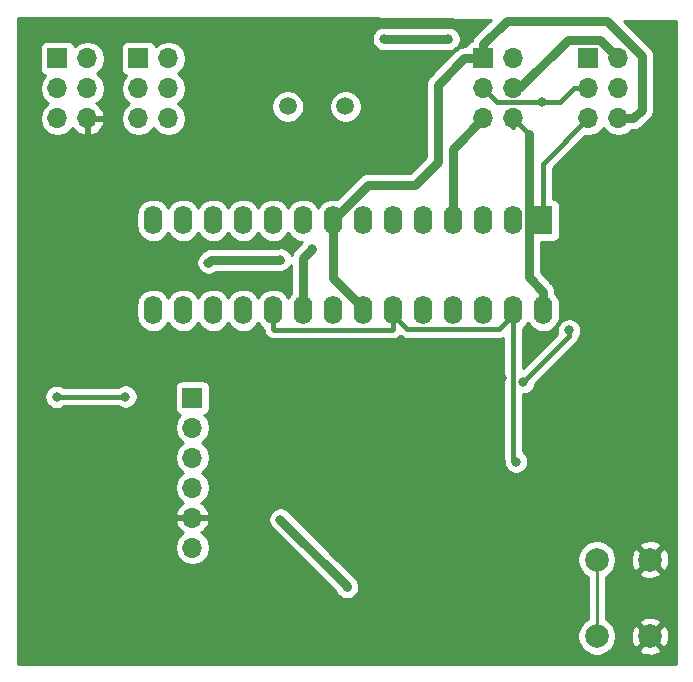
<source format=gbr>
G04 #@! TF.GenerationSoftware,KiCad,Pcbnew,5.1.5+dfsg1-2build2*
G04 #@! TF.CreationDate,2020-09-10T12:50:31-04:00*
G04 #@! TF.ProjectId,multi-avr,6d756c74-692d-4617-9672-2e6b69636164,rev?*
G04 #@! TF.SameCoordinates,Original*
G04 #@! TF.FileFunction,Copper,L2,Bot*
G04 #@! TF.FilePolarity,Positive*
%FSLAX46Y46*%
G04 Gerber Fmt 4.6, Leading zero omitted, Abs format (unit mm)*
G04 Created by KiCad (PCBNEW 5.1.5+dfsg1-2build2) date 2020-09-10 12:50:31*
%MOMM*%
%LPD*%
G04 APERTURE LIST*
%ADD10R,1.600000X2.400000*%
%ADD11O,1.600000X2.400000*%
%ADD12R,1.700000X1.700000*%
%ADD13O,1.700000X1.700000*%
%ADD14C,2.000000*%
%ADD15C,1.500000*%
%ADD16C,0.800000*%
%ADD17C,0.762000*%
%ADD18C,0.381000*%
%ADD19C,0.254000*%
G04 APERTURE END LIST*
D10*
X172551220Y-81948600D03*
D11*
X139531220Y-89568600D03*
X170011220Y-81948600D03*
X142071220Y-89568600D03*
X167471220Y-81948600D03*
X144611220Y-89568600D03*
X164931220Y-81948600D03*
X147151220Y-89568600D03*
X162391220Y-81948600D03*
X149691220Y-89568600D03*
X159851220Y-81948600D03*
X152231220Y-89568600D03*
X157311220Y-81948600D03*
X154771220Y-89568600D03*
X154771220Y-81948600D03*
X157311220Y-89568600D03*
X152231220Y-81948600D03*
X159851220Y-89568600D03*
X149691220Y-81948600D03*
X162391220Y-89568600D03*
X147151220Y-81948600D03*
X164931220Y-89568600D03*
X144611220Y-81948600D03*
X167471220Y-89568600D03*
X142071220Y-81948600D03*
X170011220Y-89568600D03*
X139531220Y-81948600D03*
X172551220Y-89568600D03*
D12*
X176379000Y-68246000D03*
D13*
X178919000Y-68246000D03*
X176379000Y-70786000D03*
X178919000Y-70786000D03*
X176379000Y-73326000D03*
X178919000Y-73326000D03*
X142851000Y-109660000D03*
X142851000Y-107120000D03*
X142851000Y-104580000D03*
X142851000Y-102040000D03*
X142851000Y-99500000D03*
D12*
X142851000Y-96960000D03*
D14*
X181586000Y-117176000D03*
X177086000Y-117176000D03*
X181586000Y-110676000D03*
X177086000Y-110676000D03*
D13*
X140819000Y-73326000D03*
X138279000Y-73326000D03*
X140819000Y-70786000D03*
X138279000Y-70786000D03*
X140819000Y-68246000D03*
D12*
X138279000Y-68246000D03*
X167489000Y-68246000D03*
D13*
X170029000Y-68246000D03*
X167489000Y-70786000D03*
X170029000Y-70786000D03*
X167489000Y-73326000D03*
X170029000Y-73326000D03*
X133961000Y-73326000D03*
X131421000Y-73326000D03*
X133961000Y-70786000D03*
X131421000Y-70786000D03*
X133961000Y-68246000D03*
D12*
X131421000Y-68246000D03*
D15*
X155805000Y-72296000D03*
X150925000Y-72296000D03*
D16*
X146050000Y-70575000D03*
X160556250Y-71531250D03*
X156925000Y-102025000D03*
X159275000Y-107150000D03*
X148662500Y-112262500D03*
X146825000Y-114800000D03*
X158175000Y-116675000D03*
X162925000Y-116800000D03*
X165500000Y-116850000D03*
X160746008Y-112696008D03*
X166650000Y-108025000D03*
X174100000Y-100575000D03*
X175625000Y-100600000D03*
X175625000Y-98575000D03*
X173950000Y-98500000D03*
X169925000Y-105100000D03*
X161775000Y-95500000D03*
X158875000Y-112250000D03*
X150100000Y-103025000D03*
X150500000Y-104950000D03*
X157525000Y-95175000D03*
X163725000Y-94335010D03*
X162778408Y-98553395D03*
X158925000Y-98600000D03*
X169050000Y-95325000D03*
X150275000Y-85275000D03*
X144200000Y-85525000D03*
X164525000Y-66600000D03*
X159075000Y-66600000D03*
X152975000Y-84400000D03*
X172450000Y-71975000D03*
X170249999Y-102375001D03*
X170850000Y-95650000D03*
X174743624Y-91269347D03*
X137175000Y-96875000D03*
X131350000Y-96900000D03*
X150300000Y-107300000D03*
X155918749Y-112993751D03*
D17*
X164931220Y-75883780D02*
X164931220Y-81948600D01*
X167489000Y-73326000D02*
X164931220Y-75883780D01*
X150275000Y-85275000D02*
X144450000Y-85275000D01*
X144450000Y-85275000D02*
X144200000Y-85525000D01*
D18*
X172551220Y-77153780D02*
X176379000Y-73326000D01*
X172551220Y-81948600D02*
X172551220Y-77153780D01*
D17*
X159075000Y-66600000D02*
X164525000Y-66600000D01*
D18*
X170029000Y-74079000D02*
X170029000Y-73326000D01*
D17*
X171306719Y-86743099D02*
X172551220Y-87987600D01*
D18*
X170029000Y-73326000D02*
X171306719Y-74603719D01*
D17*
X171306719Y-74603719D02*
X171306719Y-86743099D01*
X172551220Y-87987600D02*
X172551220Y-89568600D01*
X152231220Y-85143780D02*
X152975000Y-84400000D01*
X152231220Y-89568600D02*
X152231220Y-85143780D01*
X178069001Y-67396001D02*
X178919000Y-68246000D01*
X177348000Y-66675000D02*
X178069001Y-67396001D01*
X174625000Y-66675000D02*
X177348000Y-66675000D01*
X170514000Y-70786000D02*
X174625000Y-66675000D01*
X170029000Y-70786000D02*
X170514000Y-70786000D01*
D18*
X168338999Y-71635999D02*
X167489000Y-70786000D01*
X168656501Y-71953501D02*
X168338999Y-71635999D01*
X175176919Y-70786000D02*
X174009418Y-71953501D01*
X176379000Y-70786000D02*
X175176919Y-70786000D01*
X172450000Y-71975000D02*
X168656501Y-71953501D01*
X174009418Y-71953501D02*
X172450000Y-71975000D01*
X170011220Y-89968600D02*
X170011220Y-89568600D01*
X168830220Y-91149600D02*
X170011220Y-89968600D01*
X161032220Y-91149600D02*
X168830220Y-91149600D01*
X159851220Y-89968600D02*
X161032220Y-91149600D01*
X159851220Y-89568600D02*
X159851220Y-89968600D01*
X149691220Y-91149600D02*
X149691220Y-89568600D01*
X149754730Y-91213110D02*
X149691220Y-91149600D01*
X159787710Y-91213110D02*
X149754730Y-91213110D01*
X159851220Y-91149600D02*
X159787710Y-91213110D01*
X159851220Y-89568600D02*
X159851220Y-91149600D01*
X170011220Y-102136222D02*
X170249999Y-102375001D01*
X170011220Y-89568600D02*
X170011220Y-102136222D01*
D17*
X154771220Y-81948600D02*
X154751400Y-81948600D01*
X154751400Y-81948600D02*
X157725000Y-78975000D01*
X157725000Y-78975000D02*
X161700000Y-78975000D01*
X161700000Y-78975000D02*
X163625000Y-77050000D01*
X165877000Y-68246000D02*
X167489000Y-68246000D01*
X163625000Y-70498000D02*
X165877000Y-68246000D01*
X163625000Y-77050000D02*
X163625000Y-70498000D01*
X157311220Y-89568600D02*
X157311220Y-89413780D01*
X154771220Y-86873780D02*
X154771220Y-81948600D01*
X157311220Y-89413780D02*
X154771220Y-86873780D01*
X167489000Y-67015000D02*
X167489000Y-68246000D01*
X169454000Y-65050000D02*
X167489000Y-67015000D01*
X177920802Y-65050000D02*
X169454000Y-65050000D01*
X180900000Y-72600000D02*
X180900000Y-68029198D01*
X180900000Y-68029198D02*
X177920802Y-65050000D01*
X180174000Y-73326000D02*
X180900000Y-72600000D01*
X178919000Y-73326000D02*
X180174000Y-73326000D01*
D18*
X170850000Y-95650000D02*
X174743624Y-91756376D01*
X174743624Y-91756376D02*
X174743624Y-91269347D01*
X137175000Y-96875000D02*
X131375000Y-96875000D01*
X131375000Y-96875000D02*
X131350000Y-96900000D01*
D17*
X150300000Y-107300000D02*
X155918749Y-112918749D01*
X155918749Y-112918749D02*
X155918749Y-112993751D01*
D19*
X177086000Y-112090213D02*
X177086000Y-117176000D01*
X177086000Y-110676000D02*
X177086000Y-112090213D01*
G36*
X168102259Y-64964900D02*
G01*
X166805872Y-66261288D01*
X166767104Y-66293104D01*
X166640140Y-66447810D01*
X166545798Y-66624314D01*
X166500233Y-66774521D01*
X166394820Y-66806498D01*
X166284506Y-66865463D01*
X166187815Y-66944815D01*
X166108463Y-67041506D01*
X166049498Y-67151820D01*
X166025782Y-67230000D01*
X165926902Y-67230000D01*
X165877000Y-67225085D01*
X165827098Y-67230000D01*
X165677829Y-67244702D01*
X165486313Y-67302798D01*
X165309810Y-67397140D01*
X165155104Y-67524104D01*
X165123294Y-67562865D01*
X162941868Y-69744292D01*
X162903105Y-69776104D01*
X162776141Y-69930810D01*
X162695014Y-70082589D01*
X162681799Y-70107313D01*
X162623702Y-70298830D01*
X162604085Y-70498000D01*
X162609001Y-70547912D01*
X162609000Y-76629159D01*
X161279160Y-77959000D01*
X157774893Y-77959000D01*
X157724999Y-77954086D01*
X157675105Y-77959000D01*
X157675098Y-77959000D01*
X157545177Y-77971796D01*
X157525828Y-77973702D01*
X157494274Y-77983274D01*
X157334313Y-78031798D01*
X157157810Y-78126140D01*
X157003104Y-78253104D01*
X156971293Y-78291866D01*
X155111045Y-80152114D01*
X155052529Y-80134364D01*
X154771220Y-80106657D01*
X154489912Y-80134364D01*
X154219413Y-80216418D01*
X153970120Y-80349668D01*
X153751613Y-80528992D01*
X153572288Y-80747499D01*
X153501220Y-80880458D01*
X153430152Y-80747499D01*
X153250828Y-80528992D01*
X153032321Y-80349668D01*
X152783028Y-80216418D01*
X152512529Y-80134364D01*
X152231220Y-80106657D01*
X151949912Y-80134364D01*
X151679413Y-80216418D01*
X151430120Y-80349668D01*
X151211613Y-80528992D01*
X151032288Y-80747499D01*
X150961220Y-80880458D01*
X150890152Y-80747499D01*
X150710828Y-80528992D01*
X150492321Y-80349668D01*
X150243028Y-80216418D01*
X149972529Y-80134364D01*
X149691220Y-80106657D01*
X149409912Y-80134364D01*
X149139413Y-80216418D01*
X148890120Y-80349668D01*
X148671613Y-80528992D01*
X148492288Y-80747499D01*
X148421220Y-80880458D01*
X148350152Y-80747499D01*
X148170828Y-80528992D01*
X147952321Y-80349668D01*
X147703028Y-80216418D01*
X147432529Y-80134364D01*
X147151220Y-80106657D01*
X146869912Y-80134364D01*
X146599413Y-80216418D01*
X146350120Y-80349668D01*
X146131613Y-80528992D01*
X145952288Y-80747499D01*
X145881220Y-80880458D01*
X145810152Y-80747499D01*
X145630828Y-80528992D01*
X145412321Y-80349668D01*
X145163028Y-80216418D01*
X144892529Y-80134364D01*
X144611220Y-80106657D01*
X144329912Y-80134364D01*
X144059413Y-80216418D01*
X143810120Y-80349668D01*
X143591613Y-80528992D01*
X143412288Y-80747499D01*
X143341220Y-80880458D01*
X143270152Y-80747499D01*
X143090828Y-80528992D01*
X142872321Y-80349668D01*
X142623028Y-80216418D01*
X142352529Y-80134364D01*
X142071220Y-80106657D01*
X141789912Y-80134364D01*
X141519413Y-80216418D01*
X141270120Y-80349668D01*
X141051613Y-80528992D01*
X140872288Y-80747499D01*
X140801220Y-80880458D01*
X140730152Y-80747499D01*
X140550828Y-80528992D01*
X140332321Y-80349668D01*
X140083028Y-80216418D01*
X139812529Y-80134364D01*
X139531220Y-80106657D01*
X139249912Y-80134364D01*
X138979413Y-80216418D01*
X138730120Y-80349668D01*
X138511613Y-80528992D01*
X138332288Y-80747499D01*
X138199038Y-80996792D01*
X138116984Y-81267291D01*
X138096220Y-81478108D01*
X138096220Y-82419091D01*
X138116984Y-82629908D01*
X138199038Y-82900407D01*
X138332288Y-83149700D01*
X138511612Y-83368207D01*
X138730119Y-83547532D01*
X138979412Y-83680782D01*
X139249911Y-83762836D01*
X139531220Y-83790543D01*
X139812528Y-83762836D01*
X140083027Y-83680782D01*
X140332320Y-83547532D01*
X140550827Y-83368208D01*
X140730152Y-83149701D01*
X140801220Y-83016742D01*
X140872288Y-83149700D01*
X141051612Y-83368207D01*
X141270119Y-83547532D01*
X141519412Y-83680782D01*
X141789911Y-83762836D01*
X142071220Y-83790543D01*
X142352528Y-83762836D01*
X142623027Y-83680782D01*
X142872320Y-83547532D01*
X143090827Y-83368208D01*
X143270152Y-83149701D01*
X143341220Y-83016742D01*
X143412288Y-83149700D01*
X143591612Y-83368207D01*
X143810119Y-83547532D01*
X144059412Y-83680782D01*
X144329911Y-83762836D01*
X144611220Y-83790543D01*
X144892528Y-83762836D01*
X145163027Y-83680782D01*
X145412320Y-83547532D01*
X145630827Y-83368208D01*
X145810152Y-83149701D01*
X145881220Y-83016742D01*
X145952288Y-83149700D01*
X146131612Y-83368207D01*
X146350119Y-83547532D01*
X146599412Y-83680782D01*
X146869911Y-83762836D01*
X147151220Y-83790543D01*
X147432528Y-83762836D01*
X147703027Y-83680782D01*
X147952320Y-83547532D01*
X148170827Y-83368208D01*
X148350152Y-83149701D01*
X148421220Y-83016742D01*
X148492288Y-83149700D01*
X148671612Y-83368207D01*
X148890119Y-83547532D01*
X149139412Y-83680782D01*
X149409911Y-83762836D01*
X149691220Y-83790543D01*
X149972528Y-83762836D01*
X150243027Y-83680782D01*
X150492320Y-83547532D01*
X150710827Y-83368208D01*
X150890152Y-83149701D01*
X150961220Y-83016742D01*
X151032288Y-83149700D01*
X151211612Y-83368207D01*
X151430119Y-83547532D01*
X151679412Y-83680782D01*
X151949911Y-83762836D01*
X152143233Y-83781877D01*
X152116956Y-83821204D01*
X151548087Y-84390072D01*
X151509325Y-84421884D01*
X151382361Y-84576590D01*
X151365682Y-84607795D01*
X151288019Y-84753093D01*
X151241971Y-84904890D01*
X151192205Y-84784744D01*
X151078937Y-84615226D01*
X150934774Y-84471063D01*
X150765256Y-84357795D01*
X150576898Y-84279774D01*
X150376939Y-84240000D01*
X150173061Y-84240000D01*
X150077541Y-84259000D01*
X144499893Y-84259000D01*
X144449999Y-84254086D01*
X144400105Y-84259000D01*
X144400098Y-84259000D01*
X144270177Y-84271796D01*
X144250828Y-84273702D01*
X144230812Y-84279774D01*
X144059313Y-84331798D01*
X143882810Y-84426140D01*
X143728104Y-84553104D01*
X143696287Y-84591873D01*
X143621206Y-84666954D01*
X143540226Y-84721063D01*
X143396063Y-84865226D01*
X143282795Y-85034744D01*
X143204774Y-85223102D01*
X143165000Y-85423061D01*
X143165000Y-85626939D01*
X143204774Y-85826898D01*
X143282795Y-86015256D01*
X143396063Y-86184774D01*
X143540226Y-86328937D01*
X143709744Y-86442205D01*
X143898102Y-86520226D01*
X144098061Y-86560000D01*
X144301939Y-86560000D01*
X144501898Y-86520226D01*
X144690256Y-86442205D01*
X144859774Y-86328937D01*
X144897711Y-86291000D01*
X150077541Y-86291000D01*
X150173061Y-86310000D01*
X150376939Y-86310000D01*
X150576898Y-86270226D01*
X150765256Y-86192205D01*
X150934774Y-86078937D01*
X151078937Y-85934774D01*
X151192205Y-85765256D01*
X151215221Y-85709691D01*
X151215220Y-88146032D01*
X151211613Y-88148992D01*
X151032288Y-88367499D01*
X150961220Y-88500458D01*
X150890152Y-88367499D01*
X150710828Y-88148992D01*
X150492321Y-87969668D01*
X150243028Y-87836418D01*
X149972529Y-87754364D01*
X149691220Y-87726657D01*
X149409912Y-87754364D01*
X149139413Y-87836418D01*
X148890120Y-87969668D01*
X148671613Y-88148992D01*
X148492288Y-88367499D01*
X148421220Y-88500458D01*
X148350152Y-88367499D01*
X148170828Y-88148992D01*
X147952321Y-87969668D01*
X147703028Y-87836418D01*
X147432529Y-87754364D01*
X147151220Y-87726657D01*
X146869912Y-87754364D01*
X146599413Y-87836418D01*
X146350120Y-87969668D01*
X146131613Y-88148992D01*
X145952288Y-88367499D01*
X145881220Y-88500458D01*
X145810152Y-88367499D01*
X145630828Y-88148992D01*
X145412321Y-87969668D01*
X145163028Y-87836418D01*
X144892529Y-87754364D01*
X144611220Y-87726657D01*
X144329912Y-87754364D01*
X144059413Y-87836418D01*
X143810120Y-87969668D01*
X143591613Y-88148992D01*
X143412288Y-88367499D01*
X143341220Y-88500458D01*
X143270152Y-88367499D01*
X143090828Y-88148992D01*
X142872321Y-87969668D01*
X142623028Y-87836418D01*
X142352529Y-87754364D01*
X142071220Y-87726657D01*
X141789912Y-87754364D01*
X141519413Y-87836418D01*
X141270120Y-87969668D01*
X141051613Y-88148992D01*
X140872288Y-88367499D01*
X140801220Y-88500458D01*
X140730152Y-88367499D01*
X140550828Y-88148992D01*
X140332321Y-87969668D01*
X140083028Y-87836418D01*
X139812529Y-87754364D01*
X139531220Y-87726657D01*
X139249912Y-87754364D01*
X138979413Y-87836418D01*
X138730120Y-87969668D01*
X138511613Y-88148992D01*
X138332288Y-88367499D01*
X138199038Y-88616792D01*
X138116984Y-88887291D01*
X138096220Y-89098108D01*
X138096220Y-90039091D01*
X138116984Y-90249908D01*
X138199038Y-90520407D01*
X138332288Y-90769700D01*
X138511612Y-90988207D01*
X138730119Y-91167532D01*
X138979412Y-91300782D01*
X139249911Y-91382836D01*
X139531220Y-91410543D01*
X139812528Y-91382836D01*
X140083027Y-91300782D01*
X140332320Y-91167532D01*
X140550827Y-90988208D01*
X140730152Y-90769701D01*
X140801220Y-90636742D01*
X140872288Y-90769700D01*
X141051612Y-90988207D01*
X141270119Y-91167532D01*
X141519412Y-91300782D01*
X141789911Y-91382836D01*
X142071220Y-91410543D01*
X142352528Y-91382836D01*
X142623027Y-91300782D01*
X142872320Y-91167532D01*
X143090827Y-90988208D01*
X143270152Y-90769701D01*
X143341220Y-90636742D01*
X143412288Y-90769700D01*
X143591612Y-90988207D01*
X143810119Y-91167532D01*
X144059412Y-91300782D01*
X144329911Y-91382836D01*
X144611220Y-91410543D01*
X144892528Y-91382836D01*
X145163027Y-91300782D01*
X145412320Y-91167532D01*
X145630827Y-90988208D01*
X145810152Y-90769701D01*
X145881220Y-90636742D01*
X145952288Y-90769700D01*
X146131612Y-90988207D01*
X146350119Y-91167532D01*
X146599412Y-91300782D01*
X146869911Y-91382836D01*
X147151220Y-91410543D01*
X147432528Y-91382836D01*
X147703027Y-91300782D01*
X147952320Y-91167532D01*
X148170827Y-90988208D01*
X148350152Y-90769701D01*
X148421220Y-90636742D01*
X148492288Y-90769700D01*
X148671612Y-90988207D01*
X148862215Y-91144632D01*
X148861726Y-91149600D01*
X148865720Y-91190150D01*
X148865720Y-91190152D01*
X148877664Y-91311425D01*
X148907731Y-91410543D01*
X148924867Y-91467033D01*
X149001521Y-91610442D01*
X149035434Y-91651765D01*
X149104679Y-91736141D01*
X149136183Y-91761996D01*
X149142334Y-91768147D01*
X149168189Y-91799651D01*
X149293888Y-91902809D01*
X149437296Y-91979463D01*
X149592904Y-92026666D01*
X149714177Y-92038610D01*
X149714180Y-92038610D01*
X149754730Y-92042604D01*
X149795280Y-92038610D01*
X159747160Y-92038610D01*
X159787710Y-92042604D01*
X159828260Y-92038610D01*
X159828263Y-92038610D01*
X159949536Y-92026666D01*
X160105144Y-91979463D01*
X160248552Y-91902809D01*
X160374251Y-91799651D01*
X160400106Y-91768147D01*
X160406257Y-91761996D01*
X160437761Y-91736141D01*
X160441720Y-91731317D01*
X160445679Y-91736141D01*
X160509816Y-91788777D01*
X160571377Y-91839299D01*
X160621331Y-91865999D01*
X160714786Y-91915953D01*
X160870394Y-91963156D01*
X160991667Y-91975100D01*
X160991669Y-91975100D01*
X161032219Y-91979094D01*
X161072770Y-91975100D01*
X168789670Y-91975100D01*
X168830220Y-91979094D01*
X168870770Y-91975100D01*
X168870773Y-91975100D01*
X168992046Y-91963156D01*
X169147654Y-91915953D01*
X169185720Y-91895606D01*
X169185721Y-102095661D01*
X169181726Y-102136222D01*
X169197665Y-102298048D01*
X169214999Y-102355192D01*
X169214999Y-102476940D01*
X169254773Y-102676899D01*
X169332794Y-102865257D01*
X169446062Y-103034775D01*
X169590225Y-103178938D01*
X169759743Y-103292206D01*
X169948101Y-103370227D01*
X170148060Y-103410001D01*
X170351938Y-103410001D01*
X170551897Y-103370227D01*
X170740255Y-103292206D01*
X170909773Y-103178938D01*
X171053936Y-103034775D01*
X171167204Y-102865257D01*
X171245225Y-102676899D01*
X171284999Y-102476940D01*
X171284999Y-102273062D01*
X171245225Y-102073103D01*
X171167204Y-101884745D01*
X171053936Y-101715227D01*
X170909773Y-101571064D01*
X170836720Y-101522252D01*
X170836720Y-96685000D01*
X170951939Y-96685000D01*
X171151898Y-96645226D01*
X171340256Y-96567205D01*
X171509774Y-96453937D01*
X171653937Y-96309774D01*
X171767205Y-96140256D01*
X171845226Y-95951898D01*
X171877429Y-95790004D01*
X175298670Y-92368764D01*
X175330165Y-92342917D01*
X175356013Y-92311421D01*
X175356016Y-92311418D01*
X175433323Y-92217219D01*
X175509977Y-92073810D01*
X175524278Y-92026665D01*
X175557180Y-91918202D01*
X175557582Y-91914124D01*
X175660829Y-91759603D01*
X175738850Y-91571245D01*
X175778624Y-91371286D01*
X175778624Y-91167408D01*
X175738850Y-90967449D01*
X175660829Y-90779091D01*
X175547561Y-90609573D01*
X175403398Y-90465410D01*
X175233880Y-90352142D01*
X175045522Y-90274121D01*
X174845563Y-90234347D01*
X174641685Y-90234347D01*
X174441726Y-90274121D01*
X174253368Y-90352142D01*
X174083850Y-90465410D01*
X173939687Y-90609573D01*
X173826419Y-90779091D01*
X173748398Y-90967449D01*
X173708624Y-91167408D01*
X173708624Y-91371286D01*
X173748398Y-91571245D01*
X173752183Y-91580383D01*
X170836720Y-94495848D01*
X170836720Y-91147507D01*
X171030827Y-90988208D01*
X171210152Y-90769701D01*
X171281220Y-90636742D01*
X171352288Y-90769700D01*
X171531612Y-90988207D01*
X171750119Y-91167532D01*
X171999412Y-91300782D01*
X172269911Y-91382836D01*
X172551220Y-91410543D01*
X172832528Y-91382836D01*
X173103027Y-91300782D01*
X173352320Y-91167532D01*
X173570827Y-90988208D01*
X173750152Y-90769701D01*
X173883402Y-90520408D01*
X173965456Y-90249909D01*
X173986220Y-90039092D01*
X173986220Y-89098109D01*
X173965456Y-88887291D01*
X173883402Y-88616792D01*
X173750152Y-88367499D01*
X173570828Y-88148992D01*
X173567220Y-88146031D01*
X173567220Y-88037493D01*
X173572134Y-87987599D01*
X173567220Y-87937705D01*
X173567220Y-87937698D01*
X173552518Y-87788429D01*
X173494422Y-87596913D01*
X173400080Y-87420410D01*
X173273116Y-87265704D01*
X173234353Y-87233892D01*
X172322719Y-86322259D01*
X172322719Y-83786672D01*
X173351220Y-83786672D01*
X173475702Y-83774412D01*
X173595400Y-83738102D01*
X173705714Y-83679137D01*
X173802405Y-83599785D01*
X173881757Y-83503094D01*
X173940722Y-83392780D01*
X173977032Y-83273082D01*
X173989292Y-83148600D01*
X173989292Y-80748600D01*
X173977032Y-80624118D01*
X173940722Y-80504420D01*
X173881757Y-80394106D01*
X173802405Y-80297415D01*
X173705714Y-80218063D01*
X173595400Y-80159098D01*
X173475702Y-80122788D01*
X173376720Y-80113039D01*
X173376720Y-77495712D01*
X176089855Y-74782578D01*
X176232740Y-74811000D01*
X176525260Y-74811000D01*
X176812158Y-74753932D01*
X177082411Y-74641990D01*
X177325632Y-74479475D01*
X177532475Y-74272632D01*
X177649000Y-74098240D01*
X177765525Y-74272632D01*
X177972368Y-74479475D01*
X178215589Y-74641990D01*
X178485842Y-74753932D01*
X178772740Y-74811000D01*
X179065260Y-74811000D01*
X179352158Y-74753932D01*
X179622411Y-74641990D01*
X179865632Y-74479475D01*
X180003107Y-74342000D01*
X180124098Y-74342000D01*
X180174000Y-74346915D01*
X180223902Y-74342000D01*
X180373171Y-74327298D01*
X180564687Y-74269202D01*
X180741190Y-74174860D01*
X180895896Y-74047896D01*
X180927712Y-74009128D01*
X181583133Y-73353708D01*
X181621896Y-73321896D01*
X181748860Y-73167190D01*
X181843202Y-72990687D01*
X181901298Y-72799171D01*
X181916000Y-72649902D01*
X181916000Y-72649901D01*
X181920915Y-72600001D01*
X181916000Y-72550099D01*
X181916000Y-68079091D01*
X181920914Y-68029197D01*
X181916000Y-67979303D01*
X181916000Y-67979296D01*
X181901298Y-67830027D01*
X181843202Y-67638511D01*
X181748860Y-67462008D01*
X181621896Y-67307302D01*
X181583133Y-67275490D01*
X179367163Y-65059521D01*
X183765001Y-65096461D01*
X183765000Y-119540000D01*
X128085000Y-119540000D01*
X128085000Y-109513740D01*
X141366000Y-109513740D01*
X141366000Y-109806260D01*
X141423068Y-110093158D01*
X141535010Y-110363411D01*
X141697525Y-110606632D01*
X141904368Y-110813475D01*
X142147589Y-110975990D01*
X142417842Y-111087932D01*
X142704740Y-111145000D01*
X142997260Y-111145000D01*
X143284158Y-111087932D01*
X143554411Y-110975990D01*
X143797632Y-110813475D01*
X144004475Y-110606632D01*
X144166990Y-110363411D01*
X144278932Y-110093158D01*
X144336000Y-109806260D01*
X144336000Y-109513740D01*
X144278932Y-109226842D01*
X144166990Y-108956589D01*
X144004475Y-108713368D01*
X143797632Y-108506525D01*
X143615466Y-108384805D01*
X143732355Y-108315178D01*
X143948588Y-108120269D01*
X144122641Y-107886920D01*
X144247825Y-107624099D01*
X144292476Y-107476890D01*
X144171155Y-107247000D01*
X142978000Y-107247000D01*
X142978000Y-107267000D01*
X142724000Y-107267000D01*
X142724000Y-107247000D01*
X141530845Y-107247000D01*
X141409524Y-107476890D01*
X141454175Y-107624099D01*
X141579359Y-107886920D01*
X141753412Y-108120269D01*
X141969645Y-108315178D01*
X142086534Y-108384805D01*
X141904368Y-108506525D01*
X141697525Y-108713368D01*
X141535010Y-108956589D01*
X141423068Y-109226842D01*
X141366000Y-109513740D01*
X128085000Y-109513740D01*
X128085000Y-107198061D01*
X149265000Y-107198061D01*
X149265000Y-107401939D01*
X149304774Y-107601898D01*
X149382795Y-107790256D01*
X149496063Y-107959774D01*
X149640226Y-108103937D01*
X149721206Y-108158046D01*
X154969284Y-113406125D01*
X155001544Y-113484007D01*
X155114812Y-113653525D01*
X155258975Y-113797688D01*
X155428493Y-113910956D01*
X155616851Y-113988977D01*
X155816810Y-114028751D01*
X156020688Y-114028751D01*
X156220647Y-113988977D01*
X156409005Y-113910956D01*
X156578523Y-113797688D01*
X156722686Y-113653525D01*
X156835954Y-113484007D01*
X156913975Y-113295649D01*
X156953749Y-113095690D01*
X156953749Y-112891812D01*
X156920594Y-112725127D01*
X156920047Y-112719578D01*
X156918429Y-112714243D01*
X156913975Y-112691853D01*
X156905239Y-112670762D01*
X156861951Y-112528062D01*
X156767609Y-112351559D01*
X156640645Y-112196853D01*
X156601882Y-112165041D01*
X154951808Y-110514967D01*
X175451000Y-110514967D01*
X175451000Y-110837033D01*
X175513832Y-111152912D01*
X175637082Y-111450463D01*
X175816013Y-111718252D01*
X176043748Y-111945987D01*
X176311537Y-112124918D01*
X176324000Y-112130080D01*
X176324001Y-115721919D01*
X176311537Y-115727082D01*
X176043748Y-115906013D01*
X175816013Y-116133748D01*
X175637082Y-116401537D01*
X175513832Y-116699088D01*
X175451000Y-117014967D01*
X175451000Y-117337033D01*
X175513832Y-117652912D01*
X175637082Y-117950463D01*
X175816013Y-118218252D01*
X176043748Y-118445987D01*
X176311537Y-118624918D01*
X176609088Y-118748168D01*
X176924967Y-118811000D01*
X177247033Y-118811000D01*
X177562912Y-118748168D01*
X177860463Y-118624918D01*
X178128252Y-118445987D01*
X178262826Y-118311413D01*
X180630192Y-118311413D01*
X180725956Y-118575814D01*
X181015571Y-118716704D01*
X181327108Y-118798384D01*
X181648595Y-118817718D01*
X181967675Y-118773961D01*
X182272088Y-118668795D01*
X182446044Y-118575814D01*
X182541808Y-118311413D01*
X181586000Y-117355605D01*
X180630192Y-118311413D01*
X178262826Y-118311413D01*
X178355987Y-118218252D01*
X178534918Y-117950463D01*
X178658168Y-117652912D01*
X178721000Y-117337033D01*
X178721000Y-117238595D01*
X179944282Y-117238595D01*
X179988039Y-117557675D01*
X180093205Y-117862088D01*
X180186186Y-118036044D01*
X180450587Y-118131808D01*
X181406395Y-117176000D01*
X181765605Y-117176000D01*
X182721413Y-118131808D01*
X182985814Y-118036044D01*
X183126704Y-117746429D01*
X183208384Y-117434892D01*
X183227718Y-117113405D01*
X183183961Y-116794325D01*
X183078795Y-116489912D01*
X182985814Y-116315956D01*
X182721413Y-116220192D01*
X181765605Y-117176000D01*
X181406395Y-117176000D01*
X180450587Y-116220192D01*
X180186186Y-116315956D01*
X180045296Y-116605571D01*
X179963616Y-116917108D01*
X179944282Y-117238595D01*
X178721000Y-117238595D01*
X178721000Y-117014967D01*
X178658168Y-116699088D01*
X178534918Y-116401537D01*
X178355987Y-116133748D01*
X178262826Y-116040587D01*
X180630192Y-116040587D01*
X181586000Y-116996395D01*
X182541808Y-116040587D01*
X182446044Y-115776186D01*
X182156429Y-115635296D01*
X181844892Y-115553616D01*
X181523405Y-115534282D01*
X181204325Y-115578039D01*
X180899912Y-115683205D01*
X180725956Y-115776186D01*
X180630192Y-116040587D01*
X178262826Y-116040587D01*
X178128252Y-115906013D01*
X177860463Y-115727082D01*
X177848000Y-115721920D01*
X177848000Y-112130080D01*
X177860463Y-112124918D01*
X178128252Y-111945987D01*
X178262826Y-111811413D01*
X180630192Y-111811413D01*
X180725956Y-112075814D01*
X181015571Y-112216704D01*
X181327108Y-112298384D01*
X181648595Y-112317718D01*
X181967675Y-112273961D01*
X182272088Y-112168795D01*
X182446044Y-112075814D01*
X182541808Y-111811413D01*
X181586000Y-110855605D01*
X180630192Y-111811413D01*
X178262826Y-111811413D01*
X178355987Y-111718252D01*
X178534918Y-111450463D01*
X178658168Y-111152912D01*
X178721000Y-110837033D01*
X178721000Y-110738595D01*
X179944282Y-110738595D01*
X179988039Y-111057675D01*
X180093205Y-111362088D01*
X180186186Y-111536044D01*
X180450587Y-111631808D01*
X181406395Y-110676000D01*
X181765605Y-110676000D01*
X182721413Y-111631808D01*
X182985814Y-111536044D01*
X183126704Y-111246429D01*
X183208384Y-110934892D01*
X183227718Y-110613405D01*
X183183961Y-110294325D01*
X183078795Y-109989912D01*
X182985814Y-109815956D01*
X182721413Y-109720192D01*
X181765605Y-110676000D01*
X181406395Y-110676000D01*
X180450587Y-109720192D01*
X180186186Y-109815956D01*
X180045296Y-110105571D01*
X179963616Y-110417108D01*
X179944282Y-110738595D01*
X178721000Y-110738595D01*
X178721000Y-110514967D01*
X178658168Y-110199088D01*
X178534918Y-109901537D01*
X178355987Y-109633748D01*
X178262826Y-109540587D01*
X180630192Y-109540587D01*
X181586000Y-110496395D01*
X182541808Y-109540587D01*
X182446044Y-109276186D01*
X182156429Y-109135296D01*
X181844892Y-109053616D01*
X181523405Y-109034282D01*
X181204325Y-109078039D01*
X180899912Y-109183205D01*
X180725956Y-109276186D01*
X180630192Y-109540587D01*
X178262826Y-109540587D01*
X178128252Y-109406013D01*
X177860463Y-109227082D01*
X177562912Y-109103832D01*
X177247033Y-109041000D01*
X176924967Y-109041000D01*
X176609088Y-109103832D01*
X176311537Y-109227082D01*
X176043748Y-109406013D01*
X175816013Y-109633748D01*
X175637082Y-109901537D01*
X175513832Y-110199088D01*
X175451000Y-110514967D01*
X154951808Y-110514967D01*
X151158046Y-106721206D01*
X151103937Y-106640226D01*
X150959774Y-106496063D01*
X150790256Y-106382795D01*
X150601898Y-106304774D01*
X150401939Y-106265000D01*
X150198061Y-106265000D01*
X149998102Y-106304774D01*
X149809744Y-106382795D01*
X149640226Y-106496063D01*
X149496063Y-106640226D01*
X149382795Y-106809744D01*
X149304774Y-106998102D01*
X149265000Y-107198061D01*
X128085000Y-107198061D01*
X128085000Y-96798061D01*
X130315000Y-96798061D01*
X130315000Y-97001939D01*
X130354774Y-97201898D01*
X130432795Y-97390256D01*
X130546063Y-97559774D01*
X130690226Y-97703937D01*
X130859744Y-97817205D01*
X131048102Y-97895226D01*
X131248061Y-97935000D01*
X131451939Y-97935000D01*
X131651898Y-97895226D01*
X131840256Y-97817205D01*
X132009774Y-97703937D01*
X132013211Y-97700500D01*
X136547497Y-97700500D01*
X136684744Y-97792205D01*
X136873102Y-97870226D01*
X137073061Y-97910000D01*
X137276939Y-97910000D01*
X137476898Y-97870226D01*
X137665256Y-97792205D01*
X137834774Y-97678937D01*
X137978937Y-97534774D01*
X138092205Y-97365256D01*
X138170226Y-97176898D01*
X138210000Y-96976939D01*
X138210000Y-96773061D01*
X138170226Y-96573102D01*
X138092205Y-96384744D01*
X137978937Y-96215226D01*
X137873711Y-96110000D01*
X141362928Y-96110000D01*
X141362928Y-97810000D01*
X141375188Y-97934482D01*
X141411498Y-98054180D01*
X141470463Y-98164494D01*
X141549815Y-98261185D01*
X141646506Y-98340537D01*
X141756820Y-98399502D01*
X141829380Y-98421513D01*
X141697525Y-98553368D01*
X141535010Y-98796589D01*
X141423068Y-99066842D01*
X141366000Y-99353740D01*
X141366000Y-99646260D01*
X141423068Y-99933158D01*
X141535010Y-100203411D01*
X141697525Y-100446632D01*
X141904368Y-100653475D01*
X142078760Y-100770000D01*
X141904368Y-100886525D01*
X141697525Y-101093368D01*
X141535010Y-101336589D01*
X141423068Y-101606842D01*
X141366000Y-101893740D01*
X141366000Y-102186260D01*
X141423068Y-102473158D01*
X141535010Y-102743411D01*
X141697525Y-102986632D01*
X141904368Y-103193475D01*
X142078760Y-103310000D01*
X141904368Y-103426525D01*
X141697525Y-103633368D01*
X141535010Y-103876589D01*
X141423068Y-104146842D01*
X141366000Y-104433740D01*
X141366000Y-104726260D01*
X141423068Y-105013158D01*
X141535010Y-105283411D01*
X141697525Y-105526632D01*
X141904368Y-105733475D01*
X142086534Y-105855195D01*
X141969645Y-105924822D01*
X141753412Y-106119731D01*
X141579359Y-106353080D01*
X141454175Y-106615901D01*
X141409524Y-106763110D01*
X141530845Y-106993000D01*
X142724000Y-106993000D01*
X142724000Y-106973000D01*
X142978000Y-106973000D01*
X142978000Y-106993000D01*
X144171155Y-106993000D01*
X144292476Y-106763110D01*
X144247825Y-106615901D01*
X144122641Y-106353080D01*
X143948588Y-106119731D01*
X143732355Y-105924822D01*
X143615466Y-105855195D01*
X143797632Y-105733475D01*
X144004475Y-105526632D01*
X144166990Y-105283411D01*
X144278932Y-105013158D01*
X144336000Y-104726260D01*
X144336000Y-104433740D01*
X144278932Y-104146842D01*
X144166990Y-103876589D01*
X144004475Y-103633368D01*
X143797632Y-103426525D01*
X143623240Y-103310000D01*
X143797632Y-103193475D01*
X144004475Y-102986632D01*
X144166990Y-102743411D01*
X144278932Y-102473158D01*
X144336000Y-102186260D01*
X144336000Y-101893740D01*
X144278932Y-101606842D01*
X144166990Y-101336589D01*
X144004475Y-101093368D01*
X143797632Y-100886525D01*
X143623240Y-100770000D01*
X143797632Y-100653475D01*
X144004475Y-100446632D01*
X144166990Y-100203411D01*
X144278932Y-99933158D01*
X144336000Y-99646260D01*
X144336000Y-99353740D01*
X144278932Y-99066842D01*
X144166990Y-98796589D01*
X144004475Y-98553368D01*
X143872620Y-98421513D01*
X143945180Y-98399502D01*
X144055494Y-98340537D01*
X144152185Y-98261185D01*
X144231537Y-98164494D01*
X144290502Y-98054180D01*
X144326812Y-97934482D01*
X144339072Y-97810000D01*
X144339072Y-96110000D01*
X144326812Y-95985518D01*
X144290502Y-95865820D01*
X144231537Y-95755506D01*
X144152185Y-95658815D01*
X144055494Y-95579463D01*
X143945180Y-95520498D01*
X143825482Y-95484188D01*
X143701000Y-95471928D01*
X142001000Y-95471928D01*
X141876518Y-95484188D01*
X141756820Y-95520498D01*
X141646506Y-95579463D01*
X141549815Y-95658815D01*
X141470463Y-95755506D01*
X141411498Y-95865820D01*
X141375188Y-95985518D01*
X141362928Y-96110000D01*
X137873711Y-96110000D01*
X137834774Y-96071063D01*
X137665256Y-95957795D01*
X137476898Y-95879774D01*
X137276939Y-95840000D01*
X137073061Y-95840000D01*
X136873102Y-95879774D01*
X136684744Y-95957795D01*
X136547497Y-96049500D01*
X131940087Y-96049500D01*
X131840256Y-95982795D01*
X131651898Y-95904774D01*
X131451939Y-95865000D01*
X131248061Y-95865000D01*
X131048102Y-95904774D01*
X130859744Y-95982795D01*
X130690226Y-96096063D01*
X130546063Y-96240226D01*
X130432795Y-96409744D01*
X130354774Y-96598102D01*
X130315000Y-96798061D01*
X128085000Y-96798061D01*
X128085000Y-67396000D01*
X129932928Y-67396000D01*
X129932928Y-69096000D01*
X129945188Y-69220482D01*
X129981498Y-69340180D01*
X130040463Y-69450494D01*
X130119815Y-69547185D01*
X130216506Y-69626537D01*
X130326820Y-69685502D01*
X130399380Y-69707513D01*
X130267525Y-69839368D01*
X130105010Y-70082589D01*
X129993068Y-70352842D01*
X129936000Y-70639740D01*
X129936000Y-70932260D01*
X129993068Y-71219158D01*
X130105010Y-71489411D01*
X130267525Y-71732632D01*
X130474368Y-71939475D01*
X130648760Y-72056000D01*
X130474368Y-72172525D01*
X130267525Y-72379368D01*
X130105010Y-72622589D01*
X129993068Y-72892842D01*
X129936000Y-73179740D01*
X129936000Y-73472260D01*
X129993068Y-73759158D01*
X130105010Y-74029411D01*
X130267525Y-74272632D01*
X130474368Y-74479475D01*
X130717589Y-74641990D01*
X130987842Y-74753932D01*
X131274740Y-74811000D01*
X131567260Y-74811000D01*
X131854158Y-74753932D01*
X132124411Y-74641990D01*
X132367632Y-74479475D01*
X132574475Y-74272632D01*
X132692100Y-74096594D01*
X132863412Y-74326269D01*
X133079645Y-74521178D01*
X133329748Y-74670157D01*
X133604109Y-74767481D01*
X133834000Y-74646814D01*
X133834000Y-73453000D01*
X134088000Y-73453000D01*
X134088000Y-74646814D01*
X134317891Y-74767481D01*
X134592252Y-74670157D01*
X134842355Y-74521178D01*
X135058588Y-74326269D01*
X135232641Y-74092920D01*
X135357825Y-73830099D01*
X135402476Y-73682890D01*
X135281155Y-73453000D01*
X134088000Y-73453000D01*
X133834000Y-73453000D01*
X133814000Y-73453000D01*
X133814000Y-73199000D01*
X133834000Y-73199000D01*
X133834000Y-73179000D01*
X134088000Y-73179000D01*
X134088000Y-73199000D01*
X135281155Y-73199000D01*
X135402476Y-72969110D01*
X135357825Y-72821901D01*
X135232641Y-72559080D01*
X135058588Y-72325731D01*
X134842355Y-72130822D01*
X134725466Y-72061195D01*
X134907632Y-71939475D01*
X135114475Y-71732632D01*
X135276990Y-71489411D01*
X135388932Y-71219158D01*
X135446000Y-70932260D01*
X135446000Y-70639740D01*
X135388932Y-70352842D01*
X135276990Y-70082589D01*
X135114475Y-69839368D01*
X134907632Y-69632525D01*
X134733240Y-69516000D01*
X134907632Y-69399475D01*
X135114475Y-69192632D01*
X135276990Y-68949411D01*
X135388932Y-68679158D01*
X135446000Y-68392260D01*
X135446000Y-68099740D01*
X135388932Y-67812842D01*
X135276990Y-67542589D01*
X135179043Y-67396000D01*
X136790928Y-67396000D01*
X136790928Y-69096000D01*
X136803188Y-69220482D01*
X136839498Y-69340180D01*
X136898463Y-69450494D01*
X136977815Y-69547185D01*
X137074506Y-69626537D01*
X137184820Y-69685502D01*
X137257380Y-69707513D01*
X137125525Y-69839368D01*
X136963010Y-70082589D01*
X136851068Y-70352842D01*
X136794000Y-70639740D01*
X136794000Y-70932260D01*
X136851068Y-71219158D01*
X136963010Y-71489411D01*
X137125525Y-71732632D01*
X137332368Y-71939475D01*
X137506760Y-72056000D01*
X137332368Y-72172525D01*
X137125525Y-72379368D01*
X136963010Y-72622589D01*
X136851068Y-72892842D01*
X136794000Y-73179740D01*
X136794000Y-73472260D01*
X136851068Y-73759158D01*
X136963010Y-74029411D01*
X137125525Y-74272632D01*
X137332368Y-74479475D01*
X137575589Y-74641990D01*
X137845842Y-74753932D01*
X138132740Y-74811000D01*
X138425260Y-74811000D01*
X138712158Y-74753932D01*
X138982411Y-74641990D01*
X139225632Y-74479475D01*
X139432475Y-74272632D01*
X139549000Y-74098240D01*
X139665525Y-74272632D01*
X139872368Y-74479475D01*
X140115589Y-74641990D01*
X140385842Y-74753932D01*
X140672740Y-74811000D01*
X140965260Y-74811000D01*
X141252158Y-74753932D01*
X141522411Y-74641990D01*
X141765632Y-74479475D01*
X141972475Y-74272632D01*
X142134990Y-74029411D01*
X142246932Y-73759158D01*
X142304000Y-73472260D01*
X142304000Y-73179740D01*
X142246932Y-72892842D01*
X142134990Y-72622589D01*
X141972475Y-72379368D01*
X141765632Y-72172525D01*
X141746272Y-72159589D01*
X149540000Y-72159589D01*
X149540000Y-72432411D01*
X149593225Y-72699989D01*
X149697629Y-72952043D01*
X149849201Y-73178886D01*
X150042114Y-73371799D01*
X150268957Y-73523371D01*
X150521011Y-73627775D01*
X150788589Y-73681000D01*
X151061411Y-73681000D01*
X151328989Y-73627775D01*
X151581043Y-73523371D01*
X151807886Y-73371799D01*
X152000799Y-73178886D01*
X152152371Y-72952043D01*
X152256775Y-72699989D01*
X152310000Y-72432411D01*
X152310000Y-72159589D01*
X154420000Y-72159589D01*
X154420000Y-72432411D01*
X154473225Y-72699989D01*
X154577629Y-72952043D01*
X154729201Y-73178886D01*
X154922114Y-73371799D01*
X155148957Y-73523371D01*
X155401011Y-73627775D01*
X155668589Y-73681000D01*
X155941411Y-73681000D01*
X156208989Y-73627775D01*
X156461043Y-73523371D01*
X156687886Y-73371799D01*
X156880799Y-73178886D01*
X157032371Y-72952043D01*
X157136775Y-72699989D01*
X157190000Y-72432411D01*
X157190000Y-72159589D01*
X157136775Y-71892011D01*
X157032371Y-71639957D01*
X156880799Y-71413114D01*
X156687886Y-71220201D01*
X156461043Y-71068629D01*
X156208989Y-70964225D01*
X155941411Y-70911000D01*
X155668589Y-70911000D01*
X155401011Y-70964225D01*
X155148957Y-71068629D01*
X154922114Y-71220201D01*
X154729201Y-71413114D01*
X154577629Y-71639957D01*
X154473225Y-71892011D01*
X154420000Y-72159589D01*
X152310000Y-72159589D01*
X152256775Y-71892011D01*
X152152371Y-71639957D01*
X152000799Y-71413114D01*
X151807886Y-71220201D01*
X151581043Y-71068629D01*
X151328989Y-70964225D01*
X151061411Y-70911000D01*
X150788589Y-70911000D01*
X150521011Y-70964225D01*
X150268957Y-71068629D01*
X150042114Y-71220201D01*
X149849201Y-71413114D01*
X149697629Y-71639957D01*
X149593225Y-71892011D01*
X149540000Y-72159589D01*
X141746272Y-72159589D01*
X141591240Y-72056000D01*
X141765632Y-71939475D01*
X141972475Y-71732632D01*
X142134990Y-71489411D01*
X142246932Y-71219158D01*
X142304000Y-70932260D01*
X142304000Y-70639740D01*
X142246932Y-70352842D01*
X142134990Y-70082589D01*
X141972475Y-69839368D01*
X141765632Y-69632525D01*
X141591240Y-69516000D01*
X141765632Y-69399475D01*
X141972475Y-69192632D01*
X142134990Y-68949411D01*
X142246932Y-68679158D01*
X142304000Y-68392260D01*
X142304000Y-68099740D01*
X142246932Y-67812842D01*
X142134990Y-67542589D01*
X141972475Y-67299368D01*
X141765632Y-67092525D01*
X141522411Y-66930010D01*
X141252158Y-66818068D01*
X140965260Y-66761000D01*
X140672740Y-66761000D01*
X140385842Y-66818068D01*
X140115589Y-66930010D01*
X139872368Y-67092525D01*
X139740513Y-67224380D01*
X139718502Y-67151820D01*
X139659537Y-67041506D01*
X139580185Y-66944815D01*
X139483494Y-66865463D01*
X139373180Y-66806498D01*
X139253482Y-66770188D01*
X139129000Y-66757928D01*
X137429000Y-66757928D01*
X137304518Y-66770188D01*
X137184820Y-66806498D01*
X137074506Y-66865463D01*
X136977815Y-66944815D01*
X136898463Y-67041506D01*
X136839498Y-67151820D01*
X136803188Y-67271518D01*
X136790928Y-67396000D01*
X135179043Y-67396000D01*
X135114475Y-67299368D01*
X134907632Y-67092525D01*
X134664411Y-66930010D01*
X134394158Y-66818068D01*
X134107260Y-66761000D01*
X133814740Y-66761000D01*
X133527842Y-66818068D01*
X133257589Y-66930010D01*
X133014368Y-67092525D01*
X132882513Y-67224380D01*
X132860502Y-67151820D01*
X132801537Y-67041506D01*
X132722185Y-66944815D01*
X132625494Y-66865463D01*
X132515180Y-66806498D01*
X132395482Y-66770188D01*
X132271000Y-66757928D01*
X130571000Y-66757928D01*
X130446518Y-66770188D01*
X130326820Y-66806498D01*
X130216506Y-66865463D01*
X130119815Y-66944815D01*
X130040463Y-67041506D01*
X129981498Y-67151820D01*
X129945188Y-67271518D01*
X129932928Y-67396000D01*
X128085000Y-67396000D01*
X128085000Y-66498061D01*
X158040000Y-66498061D01*
X158040000Y-66701939D01*
X158079774Y-66901898D01*
X158157795Y-67090256D01*
X158271063Y-67259774D01*
X158415226Y-67403937D01*
X158584744Y-67517205D01*
X158773102Y-67595226D01*
X158973061Y-67635000D01*
X159176939Y-67635000D01*
X159272459Y-67616000D01*
X164327541Y-67616000D01*
X164423061Y-67635000D01*
X164626939Y-67635000D01*
X164826898Y-67595226D01*
X165015256Y-67517205D01*
X165184774Y-67403937D01*
X165328937Y-67259774D01*
X165442205Y-67090256D01*
X165520226Y-66901898D01*
X165560000Y-66701939D01*
X165560000Y-66498061D01*
X165520226Y-66298102D01*
X165442205Y-66109744D01*
X165328937Y-65940226D01*
X165184774Y-65796063D01*
X165015256Y-65682795D01*
X164826898Y-65604774D01*
X164626939Y-65565000D01*
X164423061Y-65565000D01*
X164327541Y-65584000D01*
X159272459Y-65584000D01*
X159176939Y-65565000D01*
X158973061Y-65565000D01*
X158773102Y-65604774D01*
X158584744Y-65682795D01*
X158415226Y-65796063D01*
X158271063Y-65940226D01*
X158157795Y-66109744D01*
X158079774Y-66298102D01*
X158040000Y-66498061D01*
X128085000Y-66498061D01*
X128085000Y-64860000D01*
X155613653Y-64860000D01*
X168102259Y-64964900D01*
G37*
X168102259Y-64964900D02*
X166805872Y-66261288D01*
X166767104Y-66293104D01*
X166640140Y-66447810D01*
X166545798Y-66624314D01*
X166500233Y-66774521D01*
X166394820Y-66806498D01*
X166284506Y-66865463D01*
X166187815Y-66944815D01*
X166108463Y-67041506D01*
X166049498Y-67151820D01*
X166025782Y-67230000D01*
X165926902Y-67230000D01*
X165877000Y-67225085D01*
X165827098Y-67230000D01*
X165677829Y-67244702D01*
X165486313Y-67302798D01*
X165309810Y-67397140D01*
X165155104Y-67524104D01*
X165123294Y-67562865D01*
X162941868Y-69744292D01*
X162903105Y-69776104D01*
X162776141Y-69930810D01*
X162695014Y-70082589D01*
X162681799Y-70107313D01*
X162623702Y-70298830D01*
X162604085Y-70498000D01*
X162609001Y-70547912D01*
X162609000Y-76629159D01*
X161279160Y-77959000D01*
X157774893Y-77959000D01*
X157724999Y-77954086D01*
X157675105Y-77959000D01*
X157675098Y-77959000D01*
X157545177Y-77971796D01*
X157525828Y-77973702D01*
X157494274Y-77983274D01*
X157334313Y-78031798D01*
X157157810Y-78126140D01*
X157003104Y-78253104D01*
X156971293Y-78291866D01*
X155111045Y-80152114D01*
X155052529Y-80134364D01*
X154771220Y-80106657D01*
X154489912Y-80134364D01*
X154219413Y-80216418D01*
X153970120Y-80349668D01*
X153751613Y-80528992D01*
X153572288Y-80747499D01*
X153501220Y-80880458D01*
X153430152Y-80747499D01*
X153250828Y-80528992D01*
X153032321Y-80349668D01*
X152783028Y-80216418D01*
X152512529Y-80134364D01*
X152231220Y-80106657D01*
X151949912Y-80134364D01*
X151679413Y-80216418D01*
X151430120Y-80349668D01*
X151211613Y-80528992D01*
X151032288Y-80747499D01*
X150961220Y-80880458D01*
X150890152Y-80747499D01*
X150710828Y-80528992D01*
X150492321Y-80349668D01*
X150243028Y-80216418D01*
X149972529Y-80134364D01*
X149691220Y-80106657D01*
X149409912Y-80134364D01*
X149139413Y-80216418D01*
X148890120Y-80349668D01*
X148671613Y-80528992D01*
X148492288Y-80747499D01*
X148421220Y-80880458D01*
X148350152Y-80747499D01*
X148170828Y-80528992D01*
X147952321Y-80349668D01*
X147703028Y-80216418D01*
X147432529Y-80134364D01*
X147151220Y-80106657D01*
X146869912Y-80134364D01*
X146599413Y-80216418D01*
X146350120Y-80349668D01*
X146131613Y-80528992D01*
X145952288Y-80747499D01*
X145881220Y-80880458D01*
X145810152Y-80747499D01*
X145630828Y-80528992D01*
X145412321Y-80349668D01*
X145163028Y-80216418D01*
X144892529Y-80134364D01*
X144611220Y-80106657D01*
X144329912Y-80134364D01*
X144059413Y-80216418D01*
X143810120Y-80349668D01*
X143591613Y-80528992D01*
X143412288Y-80747499D01*
X143341220Y-80880458D01*
X143270152Y-80747499D01*
X143090828Y-80528992D01*
X142872321Y-80349668D01*
X142623028Y-80216418D01*
X142352529Y-80134364D01*
X142071220Y-80106657D01*
X141789912Y-80134364D01*
X141519413Y-80216418D01*
X141270120Y-80349668D01*
X141051613Y-80528992D01*
X140872288Y-80747499D01*
X140801220Y-80880458D01*
X140730152Y-80747499D01*
X140550828Y-80528992D01*
X140332321Y-80349668D01*
X140083028Y-80216418D01*
X139812529Y-80134364D01*
X139531220Y-80106657D01*
X139249912Y-80134364D01*
X138979413Y-80216418D01*
X138730120Y-80349668D01*
X138511613Y-80528992D01*
X138332288Y-80747499D01*
X138199038Y-80996792D01*
X138116984Y-81267291D01*
X138096220Y-81478108D01*
X138096220Y-82419091D01*
X138116984Y-82629908D01*
X138199038Y-82900407D01*
X138332288Y-83149700D01*
X138511612Y-83368207D01*
X138730119Y-83547532D01*
X138979412Y-83680782D01*
X139249911Y-83762836D01*
X139531220Y-83790543D01*
X139812528Y-83762836D01*
X140083027Y-83680782D01*
X140332320Y-83547532D01*
X140550827Y-83368208D01*
X140730152Y-83149701D01*
X140801220Y-83016742D01*
X140872288Y-83149700D01*
X141051612Y-83368207D01*
X141270119Y-83547532D01*
X141519412Y-83680782D01*
X141789911Y-83762836D01*
X142071220Y-83790543D01*
X142352528Y-83762836D01*
X142623027Y-83680782D01*
X142872320Y-83547532D01*
X143090827Y-83368208D01*
X143270152Y-83149701D01*
X143341220Y-83016742D01*
X143412288Y-83149700D01*
X143591612Y-83368207D01*
X143810119Y-83547532D01*
X144059412Y-83680782D01*
X144329911Y-83762836D01*
X144611220Y-83790543D01*
X144892528Y-83762836D01*
X145163027Y-83680782D01*
X145412320Y-83547532D01*
X145630827Y-83368208D01*
X145810152Y-83149701D01*
X145881220Y-83016742D01*
X145952288Y-83149700D01*
X146131612Y-83368207D01*
X146350119Y-83547532D01*
X146599412Y-83680782D01*
X146869911Y-83762836D01*
X147151220Y-83790543D01*
X147432528Y-83762836D01*
X147703027Y-83680782D01*
X147952320Y-83547532D01*
X148170827Y-83368208D01*
X148350152Y-83149701D01*
X148421220Y-83016742D01*
X148492288Y-83149700D01*
X148671612Y-83368207D01*
X148890119Y-83547532D01*
X149139412Y-83680782D01*
X149409911Y-83762836D01*
X149691220Y-83790543D01*
X149972528Y-83762836D01*
X150243027Y-83680782D01*
X150492320Y-83547532D01*
X150710827Y-83368208D01*
X150890152Y-83149701D01*
X150961220Y-83016742D01*
X151032288Y-83149700D01*
X151211612Y-83368207D01*
X151430119Y-83547532D01*
X151679412Y-83680782D01*
X151949911Y-83762836D01*
X152143233Y-83781877D01*
X152116956Y-83821204D01*
X151548087Y-84390072D01*
X151509325Y-84421884D01*
X151382361Y-84576590D01*
X151365682Y-84607795D01*
X151288019Y-84753093D01*
X151241971Y-84904890D01*
X151192205Y-84784744D01*
X151078937Y-84615226D01*
X150934774Y-84471063D01*
X150765256Y-84357795D01*
X150576898Y-84279774D01*
X150376939Y-84240000D01*
X150173061Y-84240000D01*
X150077541Y-84259000D01*
X144499893Y-84259000D01*
X144449999Y-84254086D01*
X144400105Y-84259000D01*
X144400098Y-84259000D01*
X144270177Y-84271796D01*
X144250828Y-84273702D01*
X144230812Y-84279774D01*
X144059313Y-84331798D01*
X143882810Y-84426140D01*
X143728104Y-84553104D01*
X143696287Y-84591873D01*
X143621206Y-84666954D01*
X143540226Y-84721063D01*
X143396063Y-84865226D01*
X143282795Y-85034744D01*
X143204774Y-85223102D01*
X143165000Y-85423061D01*
X143165000Y-85626939D01*
X143204774Y-85826898D01*
X143282795Y-86015256D01*
X143396063Y-86184774D01*
X143540226Y-86328937D01*
X143709744Y-86442205D01*
X143898102Y-86520226D01*
X144098061Y-86560000D01*
X144301939Y-86560000D01*
X144501898Y-86520226D01*
X144690256Y-86442205D01*
X144859774Y-86328937D01*
X144897711Y-86291000D01*
X150077541Y-86291000D01*
X150173061Y-86310000D01*
X150376939Y-86310000D01*
X150576898Y-86270226D01*
X150765256Y-86192205D01*
X150934774Y-86078937D01*
X151078937Y-85934774D01*
X151192205Y-85765256D01*
X151215221Y-85709691D01*
X151215220Y-88146032D01*
X151211613Y-88148992D01*
X151032288Y-88367499D01*
X150961220Y-88500458D01*
X150890152Y-88367499D01*
X150710828Y-88148992D01*
X150492321Y-87969668D01*
X150243028Y-87836418D01*
X149972529Y-87754364D01*
X149691220Y-87726657D01*
X149409912Y-87754364D01*
X149139413Y-87836418D01*
X148890120Y-87969668D01*
X148671613Y-88148992D01*
X148492288Y-88367499D01*
X148421220Y-88500458D01*
X148350152Y-88367499D01*
X148170828Y-88148992D01*
X147952321Y-87969668D01*
X147703028Y-87836418D01*
X147432529Y-87754364D01*
X147151220Y-87726657D01*
X146869912Y-87754364D01*
X146599413Y-87836418D01*
X146350120Y-87969668D01*
X146131613Y-88148992D01*
X145952288Y-88367499D01*
X145881220Y-88500458D01*
X145810152Y-88367499D01*
X145630828Y-88148992D01*
X145412321Y-87969668D01*
X145163028Y-87836418D01*
X144892529Y-87754364D01*
X144611220Y-87726657D01*
X144329912Y-87754364D01*
X144059413Y-87836418D01*
X143810120Y-87969668D01*
X143591613Y-88148992D01*
X143412288Y-88367499D01*
X143341220Y-88500458D01*
X143270152Y-88367499D01*
X143090828Y-88148992D01*
X142872321Y-87969668D01*
X142623028Y-87836418D01*
X142352529Y-87754364D01*
X142071220Y-87726657D01*
X141789912Y-87754364D01*
X141519413Y-87836418D01*
X141270120Y-87969668D01*
X141051613Y-88148992D01*
X140872288Y-88367499D01*
X140801220Y-88500458D01*
X140730152Y-88367499D01*
X140550828Y-88148992D01*
X140332321Y-87969668D01*
X140083028Y-87836418D01*
X139812529Y-87754364D01*
X139531220Y-87726657D01*
X139249912Y-87754364D01*
X138979413Y-87836418D01*
X138730120Y-87969668D01*
X138511613Y-88148992D01*
X138332288Y-88367499D01*
X138199038Y-88616792D01*
X138116984Y-88887291D01*
X138096220Y-89098108D01*
X138096220Y-90039091D01*
X138116984Y-90249908D01*
X138199038Y-90520407D01*
X138332288Y-90769700D01*
X138511612Y-90988207D01*
X138730119Y-91167532D01*
X138979412Y-91300782D01*
X139249911Y-91382836D01*
X139531220Y-91410543D01*
X139812528Y-91382836D01*
X140083027Y-91300782D01*
X140332320Y-91167532D01*
X140550827Y-90988208D01*
X140730152Y-90769701D01*
X140801220Y-90636742D01*
X140872288Y-90769700D01*
X141051612Y-90988207D01*
X141270119Y-91167532D01*
X141519412Y-91300782D01*
X141789911Y-91382836D01*
X142071220Y-91410543D01*
X142352528Y-91382836D01*
X142623027Y-91300782D01*
X142872320Y-91167532D01*
X143090827Y-90988208D01*
X143270152Y-90769701D01*
X143341220Y-90636742D01*
X143412288Y-90769700D01*
X143591612Y-90988207D01*
X143810119Y-91167532D01*
X144059412Y-91300782D01*
X144329911Y-91382836D01*
X144611220Y-91410543D01*
X144892528Y-91382836D01*
X145163027Y-91300782D01*
X145412320Y-91167532D01*
X145630827Y-90988208D01*
X145810152Y-90769701D01*
X145881220Y-90636742D01*
X145952288Y-90769700D01*
X146131612Y-90988207D01*
X146350119Y-91167532D01*
X146599412Y-91300782D01*
X146869911Y-91382836D01*
X147151220Y-91410543D01*
X147432528Y-91382836D01*
X147703027Y-91300782D01*
X147952320Y-91167532D01*
X148170827Y-90988208D01*
X148350152Y-90769701D01*
X148421220Y-90636742D01*
X148492288Y-90769700D01*
X148671612Y-90988207D01*
X148862215Y-91144632D01*
X148861726Y-91149600D01*
X148865720Y-91190150D01*
X148865720Y-91190152D01*
X148877664Y-91311425D01*
X148907731Y-91410543D01*
X148924867Y-91467033D01*
X149001521Y-91610442D01*
X149035434Y-91651765D01*
X149104679Y-91736141D01*
X149136183Y-91761996D01*
X149142334Y-91768147D01*
X149168189Y-91799651D01*
X149293888Y-91902809D01*
X149437296Y-91979463D01*
X149592904Y-92026666D01*
X149714177Y-92038610D01*
X149714180Y-92038610D01*
X149754730Y-92042604D01*
X149795280Y-92038610D01*
X159747160Y-92038610D01*
X159787710Y-92042604D01*
X159828260Y-92038610D01*
X159828263Y-92038610D01*
X159949536Y-92026666D01*
X160105144Y-91979463D01*
X160248552Y-91902809D01*
X160374251Y-91799651D01*
X160400106Y-91768147D01*
X160406257Y-91761996D01*
X160437761Y-91736141D01*
X160441720Y-91731317D01*
X160445679Y-91736141D01*
X160509816Y-91788777D01*
X160571377Y-91839299D01*
X160621331Y-91865999D01*
X160714786Y-91915953D01*
X160870394Y-91963156D01*
X160991667Y-91975100D01*
X160991669Y-91975100D01*
X161032219Y-91979094D01*
X161072770Y-91975100D01*
X168789670Y-91975100D01*
X168830220Y-91979094D01*
X168870770Y-91975100D01*
X168870773Y-91975100D01*
X168992046Y-91963156D01*
X169147654Y-91915953D01*
X169185720Y-91895606D01*
X169185721Y-102095661D01*
X169181726Y-102136222D01*
X169197665Y-102298048D01*
X169214999Y-102355192D01*
X169214999Y-102476940D01*
X169254773Y-102676899D01*
X169332794Y-102865257D01*
X169446062Y-103034775D01*
X169590225Y-103178938D01*
X169759743Y-103292206D01*
X169948101Y-103370227D01*
X170148060Y-103410001D01*
X170351938Y-103410001D01*
X170551897Y-103370227D01*
X170740255Y-103292206D01*
X170909773Y-103178938D01*
X171053936Y-103034775D01*
X171167204Y-102865257D01*
X171245225Y-102676899D01*
X171284999Y-102476940D01*
X171284999Y-102273062D01*
X171245225Y-102073103D01*
X171167204Y-101884745D01*
X171053936Y-101715227D01*
X170909773Y-101571064D01*
X170836720Y-101522252D01*
X170836720Y-96685000D01*
X170951939Y-96685000D01*
X171151898Y-96645226D01*
X171340256Y-96567205D01*
X171509774Y-96453937D01*
X171653937Y-96309774D01*
X171767205Y-96140256D01*
X171845226Y-95951898D01*
X171877429Y-95790004D01*
X175298670Y-92368764D01*
X175330165Y-92342917D01*
X175356013Y-92311421D01*
X175356016Y-92311418D01*
X175433323Y-92217219D01*
X175509977Y-92073810D01*
X175524278Y-92026665D01*
X175557180Y-91918202D01*
X175557582Y-91914124D01*
X175660829Y-91759603D01*
X175738850Y-91571245D01*
X175778624Y-91371286D01*
X175778624Y-91167408D01*
X175738850Y-90967449D01*
X175660829Y-90779091D01*
X175547561Y-90609573D01*
X175403398Y-90465410D01*
X175233880Y-90352142D01*
X175045522Y-90274121D01*
X174845563Y-90234347D01*
X174641685Y-90234347D01*
X174441726Y-90274121D01*
X174253368Y-90352142D01*
X174083850Y-90465410D01*
X173939687Y-90609573D01*
X173826419Y-90779091D01*
X173748398Y-90967449D01*
X173708624Y-91167408D01*
X173708624Y-91371286D01*
X173748398Y-91571245D01*
X173752183Y-91580383D01*
X170836720Y-94495848D01*
X170836720Y-91147507D01*
X171030827Y-90988208D01*
X171210152Y-90769701D01*
X171281220Y-90636742D01*
X171352288Y-90769700D01*
X171531612Y-90988207D01*
X171750119Y-91167532D01*
X171999412Y-91300782D01*
X172269911Y-91382836D01*
X172551220Y-91410543D01*
X172832528Y-91382836D01*
X173103027Y-91300782D01*
X173352320Y-91167532D01*
X173570827Y-90988208D01*
X173750152Y-90769701D01*
X173883402Y-90520408D01*
X173965456Y-90249909D01*
X173986220Y-90039092D01*
X173986220Y-89098109D01*
X173965456Y-88887291D01*
X173883402Y-88616792D01*
X173750152Y-88367499D01*
X173570828Y-88148992D01*
X173567220Y-88146031D01*
X173567220Y-88037493D01*
X173572134Y-87987599D01*
X173567220Y-87937705D01*
X173567220Y-87937698D01*
X173552518Y-87788429D01*
X173494422Y-87596913D01*
X173400080Y-87420410D01*
X173273116Y-87265704D01*
X173234353Y-87233892D01*
X172322719Y-86322259D01*
X172322719Y-83786672D01*
X173351220Y-83786672D01*
X173475702Y-83774412D01*
X173595400Y-83738102D01*
X173705714Y-83679137D01*
X173802405Y-83599785D01*
X173881757Y-83503094D01*
X173940722Y-83392780D01*
X173977032Y-83273082D01*
X173989292Y-83148600D01*
X173989292Y-80748600D01*
X173977032Y-80624118D01*
X173940722Y-80504420D01*
X173881757Y-80394106D01*
X173802405Y-80297415D01*
X173705714Y-80218063D01*
X173595400Y-80159098D01*
X173475702Y-80122788D01*
X173376720Y-80113039D01*
X173376720Y-77495712D01*
X176089855Y-74782578D01*
X176232740Y-74811000D01*
X176525260Y-74811000D01*
X176812158Y-74753932D01*
X177082411Y-74641990D01*
X177325632Y-74479475D01*
X177532475Y-74272632D01*
X177649000Y-74098240D01*
X177765525Y-74272632D01*
X177972368Y-74479475D01*
X178215589Y-74641990D01*
X178485842Y-74753932D01*
X178772740Y-74811000D01*
X179065260Y-74811000D01*
X179352158Y-74753932D01*
X179622411Y-74641990D01*
X179865632Y-74479475D01*
X180003107Y-74342000D01*
X180124098Y-74342000D01*
X180174000Y-74346915D01*
X180223902Y-74342000D01*
X180373171Y-74327298D01*
X180564687Y-74269202D01*
X180741190Y-74174860D01*
X180895896Y-74047896D01*
X180927712Y-74009128D01*
X181583133Y-73353708D01*
X181621896Y-73321896D01*
X181748860Y-73167190D01*
X181843202Y-72990687D01*
X181901298Y-72799171D01*
X181916000Y-72649902D01*
X181916000Y-72649901D01*
X181920915Y-72600001D01*
X181916000Y-72550099D01*
X181916000Y-68079091D01*
X181920914Y-68029197D01*
X181916000Y-67979303D01*
X181916000Y-67979296D01*
X181901298Y-67830027D01*
X181843202Y-67638511D01*
X181748860Y-67462008D01*
X181621896Y-67307302D01*
X181583133Y-67275490D01*
X179367163Y-65059521D01*
X183765001Y-65096461D01*
X183765000Y-119540000D01*
X128085000Y-119540000D01*
X128085000Y-109513740D01*
X141366000Y-109513740D01*
X141366000Y-109806260D01*
X141423068Y-110093158D01*
X141535010Y-110363411D01*
X141697525Y-110606632D01*
X141904368Y-110813475D01*
X142147589Y-110975990D01*
X142417842Y-111087932D01*
X142704740Y-111145000D01*
X142997260Y-111145000D01*
X143284158Y-111087932D01*
X143554411Y-110975990D01*
X143797632Y-110813475D01*
X144004475Y-110606632D01*
X144166990Y-110363411D01*
X144278932Y-110093158D01*
X144336000Y-109806260D01*
X144336000Y-109513740D01*
X144278932Y-109226842D01*
X144166990Y-108956589D01*
X144004475Y-108713368D01*
X143797632Y-108506525D01*
X143615466Y-108384805D01*
X143732355Y-108315178D01*
X143948588Y-108120269D01*
X144122641Y-107886920D01*
X144247825Y-107624099D01*
X144292476Y-107476890D01*
X144171155Y-107247000D01*
X142978000Y-107247000D01*
X142978000Y-107267000D01*
X142724000Y-107267000D01*
X142724000Y-107247000D01*
X141530845Y-107247000D01*
X141409524Y-107476890D01*
X141454175Y-107624099D01*
X141579359Y-107886920D01*
X141753412Y-108120269D01*
X141969645Y-108315178D01*
X142086534Y-108384805D01*
X141904368Y-108506525D01*
X141697525Y-108713368D01*
X141535010Y-108956589D01*
X141423068Y-109226842D01*
X141366000Y-109513740D01*
X128085000Y-109513740D01*
X128085000Y-107198061D01*
X149265000Y-107198061D01*
X149265000Y-107401939D01*
X149304774Y-107601898D01*
X149382795Y-107790256D01*
X149496063Y-107959774D01*
X149640226Y-108103937D01*
X149721206Y-108158046D01*
X154969284Y-113406125D01*
X155001544Y-113484007D01*
X155114812Y-113653525D01*
X155258975Y-113797688D01*
X155428493Y-113910956D01*
X155616851Y-113988977D01*
X155816810Y-114028751D01*
X156020688Y-114028751D01*
X156220647Y-113988977D01*
X156409005Y-113910956D01*
X156578523Y-113797688D01*
X156722686Y-113653525D01*
X156835954Y-113484007D01*
X156913975Y-113295649D01*
X156953749Y-113095690D01*
X156953749Y-112891812D01*
X156920594Y-112725127D01*
X156920047Y-112719578D01*
X156918429Y-112714243D01*
X156913975Y-112691853D01*
X156905239Y-112670762D01*
X156861951Y-112528062D01*
X156767609Y-112351559D01*
X156640645Y-112196853D01*
X156601882Y-112165041D01*
X154951808Y-110514967D01*
X175451000Y-110514967D01*
X175451000Y-110837033D01*
X175513832Y-111152912D01*
X175637082Y-111450463D01*
X175816013Y-111718252D01*
X176043748Y-111945987D01*
X176311537Y-112124918D01*
X176324000Y-112130080D01*
X176324001Y-115721919D01*
X176311537Y-115727082D01*
X176043748Y-115906013D01*
X175816013Y-116133748D01*
X175637082Y-116401537D01*
X175513832Y-116699088D01*
X175451000Y-117014967D01*
X175451000Y-117337033D01*
X175513832Y-117652912D01*
X175637082Y-117950463D01*
X175816013Y-118218252D01*
X176043748Y-118445987D01*
X176311537Y-118624918D01*
X176609088Y-118748168D01*
X176924967Y-118811000D01*
X177247033Y-118811000D01*
X177562912Y-118748168D01*
X177860463Y-118624918D01*
X178128252Y-118445987D01*
X178262826Y-118311413D01*
X180630192Y-118311413D01*
X180725956Y-118575814D01*
X181015571Y-118716704D01*
X181327108Y-118798384D01*
X181648595Y-118817718D01*
X181967675Y-118773961D01*
X182272088Y-118668795D01*
X182446044Y-118575814D01*
X182541808Y-118311413D01*
X181586000Y-117355605D01*
X180630192Y-118311413D01*
X178262826Y-118311413D01*
X178355987Y-118218252D01*
X178534918Y-117950463D01*
X178658168Y-117652912D01*
X178721000Y-117337033D01*
X178721000Y-117238595D01*
X179944282Y-117238595D01*
X179988039Y-117557675D01*
X180093205Y-117862088D01*
X180186186Y-118036044D01*
X180450587Y-118131808D01*
X181406395Y-117176000D01*
X181765605Y-117176000D01*
X182721413Y-118131808D01*
X182985814Y-118036044D01*
X183126704Y-117746429D01*
X183208384Y-117434892D01*
X183227718Y-117113405D01*
X183183961Y-116794325D01*
X183078795Y-116489912D01*
X182985814Y-116315956D01*
X182721413Y-116220192D01*
X181765605Y-117176000D01*
X181406395Y-117176000D01*
X180450587Y-116220192D01*
X180186186Y-116315956D01*
X180045296Y-116605571D01*
X179963616Y-116917108D01*
X179944282Y-117238595D01*
X178721000Y-117238595D01*
X178721000Y-117014967D01*
X178658168Y-116699088D01*
X178534918Y-116401537D01*
X178355987Y-116133748D01*
X178262826Y-116040587D01*
X180630192Y-116040587D01*
X181586000Y-116996395D01*
X182541808Y-116040587D01*
X182446044Y-115776186D01*
X182156429Y-115635296D01*
X181844892Y-115553616D01*
X181523405Y-115534282D01*
X181204325Y-115578039D01*
X180899912Y-115683205D01*
X180725956Y-115776186D01*
X180630192Y-116040587D01*
X178262826Y-116040587D01*
X178128252Y-115906013D01*
X177860463Y-115727082D01*
X177848000Y-115721920D01*
X177848000Y-112130080D01*
X177860463Y-112124918D01*
X178128252Y-111945987D01*
X178262826Y-111811413D01*
X180630192Y-111811413D01*
X180725956Y-112075814D01*
X181015571Y-112216704D01*
X181327108Y-112298384D01*
X181648595Y-112317718D01*
X181967675Y-112273961D01*
X182272088Y-112168795D01*
X182446044Y-112075814D01*
X182541808Y-111811413D01*
X181586000Y-110855605D01*
X180630192Y-111811413D01*
X178262826Y-111811413D01*
X178355987Y-111718252D01*
X178534918Y-111450463D01*
X178658168Y-111152912D01*
X178721000Y-110837033D01*
X178721000Y-110738595D01*
X179944282Y-110738595D01*
X179988039Y-111057675D01*
X180093205Y-111362088D01*
X180186186Y-111536044D01*
X180450587Y-111631808D01*
X181406395Y-110676000D01*
X181765605Y-110676000D01*
X182721413Y-111631808D01*
X182985814Y-111536044D01*
X183126704Y-111246429D01*
X183208384Y-110934892D01*
X183227718Y-110613405D01*
X183183961Y-110294325D01*
X183078795Y-109989912D01*
X182985814Y-109815956D01*
X182721413Y-109720192D01*
X181765605Y-110676000D01*
X181406395Y-110676000D01*
X180450587Y-109720192D01*
X180186186Y-109815956D01*
X180045296Y-110105571D01*
X179963616Y-110417108D01*
X179944282Y-110738595D01*
X178721000Y-110738595D01*
X178721000Y-110514967D01*
X178658168Y-110199088D01*
X178534918Y-109901537D01*
X178355987Y-109633748D01*
X178262826Y-109540587D01*
X180630192Y-109540587D01*
X181586000Y-110496395D01*
X182541808Y-109540587D01*
X182446044Y-109276186D01*
X182156429Y-109135296D01*
X181844892Y-109053616D01*
X181523405Y-109034282D01*
X181204325Y-109078039D01*
X180899912Y-109183205D01*
X180725956Y-109276186D01*
X180630192Y-109540587D01*
X178262826Y-109540587D01*
X178128252Y-109406013D01*
X177860463Y-109227082D01*
X177562912Y-109103832D01*
X177247033Y-109041000D01*
X176924967Y-109041000D01*
X176609088Y-109103832D01*
X176311537Y-109227082D01*
X176043748Y-109406013D01*
X175816013Y-109633748D01*
X175637082Y-109901537D01*
X175513832Y-110199088D01*
X175451000Y-110514967D01*
X154951808Y-110514967D01*
X151158046Y-106721206D01*
X151103937Y-106640226D01*
X150959774Y-106496063D01*
X150790256Y-106382795D01*
X150601898Y-106304774D01*
X150401939Y-106265000D01*
X150198061Y-106265000D01*
X149998102Y-106304774D01*
X149809744Y-106382795D01*
X149640226Y-106496063D01*
X149496063Y-106640226D01*
X149382795Y-106809744D01*
X149304774Y-106998102D01*
X149265000Y-107198061D01*
X128085000Y-107198061D01*
X128085000Y-96798061D01*
X130315000Y-96798061D01*
X130315000Y-97001939D01*
X130354774Y-97201898D01*
X130432795Y-97390256D01*
X130546063Y-97559774D01*
X130690226Y-97703937D01*
X130859744Y-97817205D01*
X131048102Y-97895226D01*
X131248061Y-97935000D01*
X131451939Y-97935000D01*
X131651898Y-97895226D01*
X131840256Y-97817205D01*
X132009774Y-97703937D01*
X132013211Y-97700500D01*
X136547497Y-97700500D01*
X136684744Y-97792205D01*
X136873102Y-97870226D01*
X137073061Y-97910000D01*
X137276939Y-97910000D01*
X137476898Y-97870226D01*
X137665256Y-97792205D01*
X137834774Y-97678937D01*
X137978937Y-97534774D01*
X138092205Y-97365256D01*
X138170226Y-97176898D01*
X138210000Y-96976939D01*
X138210000Y-96773061D01*
X138170226Y-96573102D01*
X138092205Y-96384744D01*
X137978937Y-96215226D01*
X137873711Y-96110000D01*
X141362928Y-96110000D01*
X141362928Y-97810000D01*
X141375188Y-97934482D01*
X141411498Y-98054180D01*
X141470463Y-98164494D01*
X141549815Y-98261185D01*
X141646506Y-98340537D01*
X141756820Y-98399502D01*
X141829380Y-98421513D01*
X141697525Y-98553368D01*
X141535010Y-98796589D01*
X141423068Y-99066842D01*
X141366000Y-99353740D01*
X141366000Y-99646260D01*
X141423068Y-99933158D01*
X141535010Y-100203411D01*
X141697525Y-100446632D01*
X141904368Y-100653475D01*
X142078760Y-100770000D01*
X141904368Y-100886525D01*
X141697525Y-101093368D01*
X141535010Y-101336589D01*
X141423068Y-101606842D01*
X141366000Y-101893740D01*
X141366000Y-102186260D01*
X141423068Y-102473158D01*
X141535010Y-102743411D01*
X141697525Y-102986632D01*
X141904368Y-103193475D01*
X142078760Y-103310000D01*
X141904368Y-103426525D01*
X141697525Y-103633368D01*
X141535010Y-103876589D01*
X141423068Y-104146842D01*
X141366000Y-104433740D01*
X141366000Y-104726260D01*
X141423068Y-105013158D01*
X141535010Y-105283411D01*
X141697525Y-105526632D01*
X141904368Y-105733475D01*
X142086534Y-105855195D01*
X141969645Y-105924822D01*
X141753412Y-106119731D01*
X141579359Y-106353080D01*
X141454175Y-106615901D01*
X141409524Y-106763110D01*
X141530845Y-106993000D01*
X142724000Y-106993000D01*
X142724000Y-106973000D01*
X142978000Y-106973000D01*
X142978000Y-106993000D01*
X144171155Y-106993000D01*
X144292476Y-106763110D01*
X144247825Y-106615901D01*
X144122641Y-106353080D01*
X143948588Y-106119731D01*
X143732355Y-105924822D01*
X143615466Y-105855195D01*
X143797632Y-105733475D01*
X144004475Y-105526632D01*
X144166990Y-105283411D01*
X144278932Y-105013158D01*
X144336000Y-104726260D01*
X144336000Y-104433740D01*
X144278932Y-104146842D01*
X144166990Y-103876589D01*
X144004475Y-103633368D01*
X143797632Y-103426525D01*
X143623240Y-103310000D01*
X143797632Y-103193475D01*
X144004475Y-102986632D01*
X144166990Y-102743411D01*
X144278932Y-102473158D01*
X144336000Y-102186260D01*
X144336000Y-101893740D01*
X144278932Y-101606842D01*
X144166990Y-101336589D01*
X144004475Y-101093368D01*
X143797632Y-100886525D01*
X143623240Y-100770000D01*
X143797632Y-100653475D01*
X144004475Y-100446632D01*
X144166990Y-100203411D01*
X144278932Y-99933158D01*
X144336000Y-99646260D01*
X144336000Y-99353740D01*
X144278932Y-99066842D01*
X144166990Y-98796589D01*
X144004475Y-98553368D01*
X143872620Y-98421513D01*
X143945180Y-98399502D01*
X144055494Y-98340537D01*
X144152185Y-98261185D01*
X144231537Y-98164494D01*
X144290502Y-98054180D01*
X144326812Y-97934482D01*
X144339072Y-97810000D01*
X144339072Y-96110000D01*
X144326812Y-95985518D01*
X144290502Y-95865820D01*
X144231537Y-95755506D01*
X144152185Y-95658815D01*
X144055494Y-95579463D01*
X143945180Y-95520498D01*
X143825482Y-95484188D01*
X143701000Y-95471928D01*
X142001000Y-95471928D01*
X141876518Y-95484188D01*
X141756820Y-95520498D01*
X141646506Y-95579463D01*
X141549815Y-95658815D01*
X141470463Y-95755506D01*
X141411498Y-95865820D01*
X141375188Y-95985518D01*
X141362928Y-96110000D01*
X137873711Y-96110000D01*
X137834774Y-96071063D01*
X137665256Y-95957795D01*
X137476898Y-95879774D01*
X137276939Y-95840000D01*
X137073061Y-95840000D01*
X136873102Y-95879774D01*
X136684744Y-95957795D01*
X136547497Y-96049500D01*
X131940087Y-96049500D01*
X131840256Y-95982795D01*
X131651898Y-95904774D01*
X131451939Y-95865000D01*
X131248061Y-95865000D01*
X131048102Y-95904774D01*
X130859744Y-95982795D01*
X130690226Y-96096063D01*
X130546063Y-96240226D01*
X130432795Y-96409744D01*
X130354774Y-96598102D01*
X130315000Y-96798061D01*
X128085000Y-96798061D01*
X128085000Y-67396000D01*
X129932928Y-67396000D01*
X129932928Y-69096000D01*
X129945188Y-69220482D01*
X129981498Y-69340180D01*
X130040463Y-69450494D01*
X130119815Y-69547185D01*
X130216506Y-69626537D01*
X130326820Y-69685502D01*
X130399380Y-69707513D01*
X130267525Y-69839368D01*
X130105010Y-70082589D01*
X129993068Y-70352842D01*
X129936000Y-70639740D01*
X129936000Y-70932260D01*
X129993068Y-71219158D01*
X130105010Y-71489411D01*
X130267525Y-71732632D01*
X130474368Y-71939475D01*
X130648760Y-72056000D01*
X130474368Y-72172525D01*
X130267525Y-72379368D01*
X130105010Y-72622589D01*
X129993068Y-72892842D01*
X129936000Y-73179740D01*
X129936000Y-73472260D01*
X129993068Y-73759158D01*
X130105010Y-74029411D01*
X130267525Y-74272632D01*
X130474368Y-74479475D01*
X130717589Y-74641990D01*
X130987842Y-74753932D01*
X131274740Y-74811000D01*
X131567260Y-74811000D01*
X131854158Y-74753932D01*
X132124411Y-74641990D01*
X132367632Y-74479475D01*
X132574475Y-74272632D01*
X132692100Y-74096594D01*
X132863412Y-74326269D01*
X133079645Y-74521178D01*
X133329748Y-74670157D01*
X133604109Y-74767481D01*
X133834000Y-74646814D01*
X133834000Y-73453000D01*
X134088000Y-73453000D01*
X134088000Y-74646814D01*
X134317891Y-74767481D01*
X134592252Y-74670157D01*
X134842355Y-74521178D01*
X135058588Y-74326269D01*
X135232641Y-74092920D01*
X135357825Y-73830099D01*
X135402476Y-73682890D01*
X135281155Y-73453000D01*
X134088000Y-73453000D01*
X133834000Y-73453000D01*
X133814000Y-73453000D01*
X133814000Y-73199000D01*
X133834000Y-73199000D01*
X133834000Y-73179000D01*
X134088000Y-73179000D01*
X134088000Y-73199000D01*
X135281155Y-73199000D01*
X135402476Y-72969110D01*
X135357825Y-72821901D01*
X135232641Y-72559080D01*
X135058588Y-72325731D01*
X134842355Y-72130822D01*
X134725466Y-72061195D01*
X134907632Y-71939475D01*
X135114475Y-71732632D01*
X135276990Y-71489411D01*
X135388932Y-71219158D01*
X135446000Y-70932260D01*
X135446000Y-70639740D01*
X135388932Y-70352842D01*
X135276990Y-70082589D01*
X135114475Y-69839368D01*
X134907632Y-69632525D01*
X134733240Y-69516000D01*
X134907632Y-69399475D01*
X135114475Y-69192632D01*
X135276990Y-68949411D01*
X135388932Y-68679158D01*
X135446000Y-68392260D01*
X135446000Y-68099740D01*
X135388932Y-67812842D01*
X135276990Y-67542589D01*
X135179043Y-67396000D01*
X136790928Y-67396000D01*
X136790928Y-69096000D01*
X136803188Y-69220482D01*
X136839498Y-69340180D01*
X136898463Y-69450494D01*
X136977815Y-69547185D01*
X137074506Y-69626537D01*
X137184820Y-69685502D01*
X137257380Y-69707513D01*
X137125525Y-69839368D01*
X136963010Y-70082589D01*
X136851068Y-70352842D01*
X136794000Y-70639740D01*
X136794000Y-70932260D01*
X136851068Y-71219158D01*
X136963010Y-71489411D01*
X137125525Y-71732632D01*
X137332368Y-71939475D01*
X137506760Y-72056000D01*
X137332368Y-72172525D01*
X137125525Y-72379368D01*
X136963010Y-72622589D01*
X136851068Y-72892842D01*
X136794000Y-73179740D01*
X136794000Y-73472260D01*
X136851068Y-73759158D01*
X136963010Y-74029411D01*
X137125525Y-74272632D01*
X137332368Y-74479475D01*
X137575589Y-74641990D01*
X137845842Y-74753932D01*
X138132740Y-74811000D01*
X138425260Y-74811000D01*
X138712158Y-74753932D01*
X138982411Y-74641990D01*
X139225632Y-74479475D01*
X139432475Y-74272632D01*
X139549000Y-74098240D01*
X139665525Y-74272632D01*
X139872368Y-74479475D01*
X140115589Y-74641990D01*
X140385842Y-74753932D01*
X140672740Y-74811000D01*
X140965260Y-74811000D01*
X141252158Y-74753932D01*
X141522411Y-74641990D01*
X141765632Y-74479475D01*
X141972475Y-74272632D01*
X142134990Y-74029411D01*
X142246932Y-73759158D01*
X142304000Y-73472260D01*
X142304000Y-73179740D01*
X142246932Y-72892842D01*
X142134990Y-72622589D01*
X141972475Y-72379368D01*
X141765632Y-72172525D01*
X141746272Y-72159589D01*
X149540000Y-72159589D01*
X149540000Y-72432411D01*
X149593225Y-72699989D01*
X149697629Y-72952043D01*
X149849201Y-73178886D01*
X150042114Y-73371799D01*
X150268957Y-73523371D01*
X150521011Y-73627775D01*
X150788589Y-73681000D01*
X151061411Y-73681000D01*
X151328989Y-73627775D01*
X151581043Y-73523371D01*
X151807886Y-73371799D01*
X152000799Y-73178886D01*
X152152371Y-72952043D01*
X152256775Y-72699989D01*
X152310000Y-72432411D01*
X152310000Y-72159589D01*
X154420000Y-72159589D01*
X154420000Y-72432411D01*
X154473225Y-72699989D01*
X154577629Y-72952043D01*
X154729201Y-73178886D01*
X154922114Y-73371799D01*
X155148957Y-73523371D01*
X155401011Y-73627775D01*
X155668589Y-73681000D01*
X155941411Y-73681000D01*
X156208989Y-73627775D01*
X156461043Y-73523371D01*
X156687886Y-73371799D01*
X156880799Y-73178886D01*
X157032371Y-72952043D01*
X157136775Y-72699989D01*
X157190000Y-72432411D01*
X157190000Y-72159589D01*
X157136775Y-71892011D01*
X157032371Y-71639957D01*
X156880799Y-71413114D01*
X156687886Y-71220201D01*
X156461043Y-71068629D01*
X156208989Y-70964225D01*
X155941411Y-70911000D01*
X155668589Y-70911000D01*
X155401011Y-70964225D01*
X155148957Y-71068629D01*
X154922114Y-71220201D01*
X154729201Y-71413114D01*
X154577629Y-71639957D01*
X154473225Y-71892011D01*
X154420000Y-72159589D01*
X152310000Y-72159589D01*
X152256775Y-71892011D01*
X152152371Y-71639957D01*
X152000799Y-71413114D01*
X151807886Y-71220201D01*
X151581043Y-71068629D01*
X151328989Y-70964225D01*
X151061411Y-70911000D01*
X150788589Y-70911000D01*
X150521011Y-70964225D01*
X150268957Y-71068629D01*
X150042114Y-71220201D01*
X149849201Y-71413114D01*
X149697629Y-71639957D01*
X149593225Y-71892011D01*
X149540000Y-72159589D01*
X141746272Y-72159589D01*
X141591240Y-72056000D01*
X141765632Y-71939475D01*
X141972475Y-71732632D01*
X142134990Y-71489411D01*
X142246932Y-71219158D01*
X142304000Y-70932260D01*
X142304000Y-70639740D01*
X142246932Y-70352842D01*
X142134990Y-70082589D01*
X141972475Y-69839368D01*
X141765632Y-69632525D01*
X141591240Y-69516000D01*
X141765632Y-69399475D01*
X141972475Y-69192632D01*
X142134990Y-68949411D01*
X142246932Y-68679158D01*
X142304000Y-68392260D01*
X142304000Y-68099740D01*
X142246932Y-67812842D01*
X142134990Y-67542589D01*
X141972475Y-67299368D01*
X141765632Y-67092525D01*
X141522411Y-66930010D01*
X141252158Y-66818068D01*
X140965260Y-66761000D01*
X140672740Y-66761000D01*
X140385842Y-66818068D01*
X140115589Y-66930010D01*
X139872368Y-67092525D01*
X139740513Y-67224380D01*
X139718502Y-67151820D01*
X139659537Y-67041506D01*
X139580185Y-66944815D01*
X139483494Y-66865463D01*
X139373180Y-66806498D01*
X139253482Y-66770188D01*
X139129000Y-66757928D01*
X137429000Y-66757928D01*
X137304518Y-66770188D01*
X137184820Y-66806498D01*
X137074506Y-66865463D01*
X136977815Y-66944815D01*
X136898463Y-67041506D01*
X136839498Y-67151820D01*
X136803188Y-67271518D01*
X136790928Y-67396000D01*
X135179043Y-67396000D01*
X135114475Y-67299368D01*
X134907632Y-67092525D01*
X134664411Y-66930010D01*
X134394158Y-66818068D01*
X134107260Y-66761000D01*
X133814740Y-66761000D01*
X133527842Y-66818068D01*
X133257589Y-66930010D01*
X133014368Y-67092525D01*
X132882513Y-67224380D01*
X132860502Y-67151820D01*
X132801537Y-67041506D01*
X132722185Y-66944815D01*
X132625494Y-66865463D01*
X132515180Y-66806498D01*
X132395482Y-66770188D01*
X132271000Y-66757928D01*
X130571000Y-66757928D01*
X130446518Y-66770188D01*
X130326820Y-66806498D01*
X130216506Y-66865463D01*
X130119815Y-66944815D01*
X130040463Y-67041506D01*
X129981498Y-67151820D01*
X129945188Y-67271518D01*
X129932928Y-67396000D01*
X128085000Y-67396000D01*
X128085000Y-66498061D01*
X158040000Y-66498061D01*
X158040000Y-66701939D01*
X158079774Y-66901898D01*
X158157795Y-67090256D01*
X158271063Y-67259774D01*
X158415226Y-67403937D01*
X158584744Y-67517205D01*
X158773102Y-67595226D01*
X158973061Y-67635000D01*
X159176939Y-67635000D01*
X159272459Y-67616000D01*
X164327541Y-67616000D01*
X164423061Y-67635000D01*
X164626939Y-67635000D01*
X164826898Y-67595226D01*
X165015256Y-67517205D01*
X165184774Y-67403937D01*
X165328937Y-67259774D01*
X165442205Y-67090256D01*
X165520226Y-66901898D01*
X165560000Y-66701939D01*
X165560000Y-66498061D01*
X165520226Y-66298102D01*
X165442205Y-66109744D01*
X165328937Y-65940226D01*
X165184774Y-65796063D01*
X165015256Y-65682795D01*
X164826898Y-65604774D01*
X164626939Y-65565000D01*
X164423061Y-65565000D01*
X164327541Y-65584000D01*
X159272459Y-65584000D01*
X159176939Y-65565000D01*
X158973061Y-65565000D01*
X158773102Y-65604774D01*
X158584744Y-65682795D01*
X158415226Y-65796063D01*
X158271063Y-65940226D01*
X158157795Y-66109744D01*
X158079774Y-66298102D01*
X158040000Y-66498061D01*
X128085000Y-66498061D01*
X128085000Y-64860000D01*
X155613653Y-64860000D01*
X168102259Y-64964900D01*
M02*

</source>
